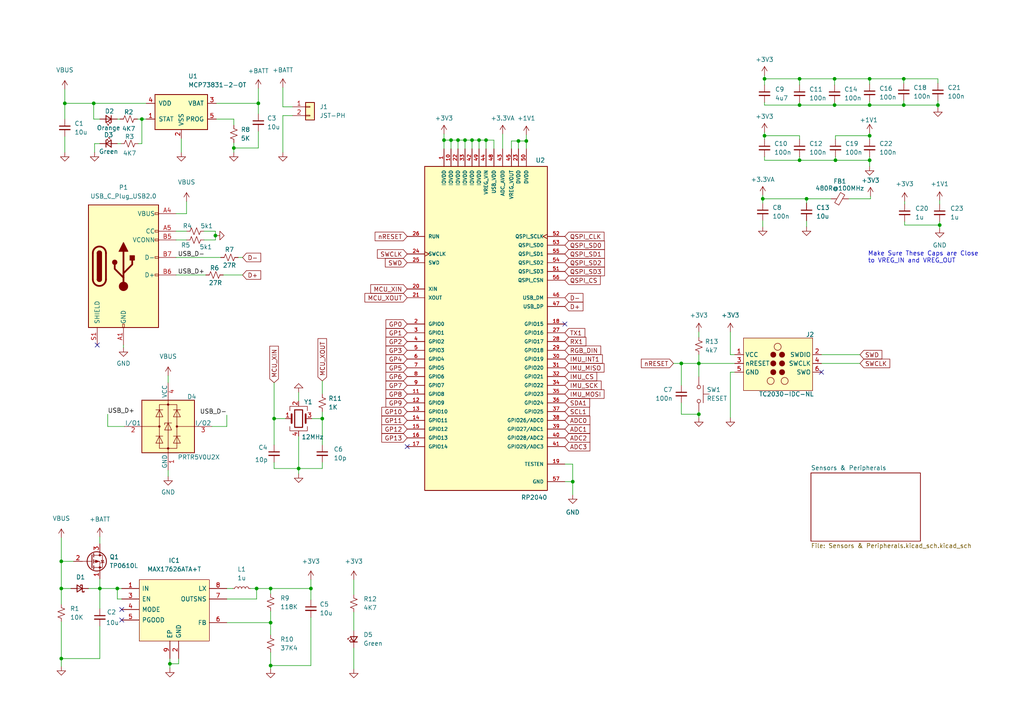
<source format=kicad_sch>
(kicad_sch (version 20231120) (generator "eeschema") (generator_version "8.0")
  (paper "A4")
  (title_block (date "2023-01-01"))
  (lib_symbols
    (symbol "Battery_Management:MCP73831-2-OT" (pin_names (offset 1.016))
      (property "Reference" "U?" (at 2.0194 10.414 0))
      (property "Value" "MCP73831-2-OT" (at 2.0194 7.874 0))
      (symbol "MCP73831-2-OT_1_1"
        (pin output line (at -10.16 -2.032 0) (length 2.54) (name "STAT") (number "1"))
        (pin power_in line (at 0 -7.62 90) (length 2.54) (name "VSS") (number "2"))
        (pin power_out line (at 10.16 2.54 180) (length 2.54) (name "VBAT") (number "3"))
        (pin power_in line (at -10.16 2.54 0) (length 2.54) (name "VDD") (number "4"))
        (pin input line (at 10.16 -2.032 180) (length 2.54) (name "PROG") (number "5"))
      )
    )
    (symbol "Connector:TC2030-IDC-NL"
      (property "Reference" "J" (at 9.144 -1.524 0))
      (property "Value" "TC2030-IDC-NL" (at 2.54 -19.05 0))
      (symbol "TC2030-IDC-NL_1_1"
        (pin input line (at -12.446 -7.366 0) (length 2.54) (name "VCC") (number "1"))
        (pin input line (at 12.7 -7.366 180) (length 2.54) (name "SWDIO") (number "2"))
        (pin input line (at -12.446 -9.906 0) (length 2.54) (name "nRESET") (number "3"))
        (pin input line (at 12.7 -9.906 180) (length 2.54) (name "SWCLK") (number "4"))
        (pin input line (at -12.446 -12.446 0) (length 2.54) (name "GND") (number "5"))
        (pin input line (at 12.7 -12.446 180) (length 2.54) (name "SWO") (number "6"))
      )
    )
    (symbol "Connector:USB_C_Plug_USB2.0" (pin_names (offset 1.016))
      (property "Reference" "P1" (at 0 22.86 0))
      (property "Value" "USB_C_Plug_USB2.0" (at 0 20.32 0))
      (symbol "USB_C_Plug_USB2.0_1_1"
        (pin passive line (at 0 -22.86 90) (length 5.08) (name "GND") (number "A1"))
        (pin passive line (at 0 -22.86 90) (length 5.08) hide (name "GND") (number "A12"))
        (pin passive line (at 15.24 15.24 180) (length 5.08) (name "VBUS") (number "A4"))
        (pin bidirectional line (at 15.24 10.16 180) (length 5.08) (name "CC") (number "A5"))
        (pin passive line (at 15.24 15.24 180) (length 5.08) hide (name "VBUS") (number "A9"))
        (pin passive line (at 0 -22.86 90) (length 5.08) hide (name "GND") (number "B1"))
        (pin passive line (at 0 -22.86 90) (length 5.08) hide (name "GND") (number "B12"))
        (pin passive line (at 15.24 15.24 180) (length 5.08) hide (name "VBUS") (number "B4"))
        (pin bidirectional line (at 15.24 7.62 180) (length 5.08) (name "VCONN") (number "B5"))
        (pin bidirectional line (at 15.24 -2.54 180) (length 5.08) (name "D+") (number "B6"))
        (pin bidirectional line (at 15.24 2.54 180) (length 5.08) (name "D-") (number "B7"))
        (pin passive line (at 15.24 15.24 180) (length 5.08) hide (name "VBUS") (number "B9"))
        (pin passive line (at -7.62 -22.86 90) (length 5.08) (name "SHIELD") (number "S1"))
      )
    )
    (symbol "Connector_Generic:Conn_01x02" (pin_names (offset 1.016) hide)
      (property "Reference" "J" (at 0 2.54 0))
      (property "Value" "Conn_01x02" (at 0 -5.08 0))
      (symbol "Conn_01x02_1_1"
        (pin passive line (at -5.08 0 0) (length 3.81) (name "Pin_1") (number "1"))
        (pin passive line (at -5.08 -2.54 0) (length 3.81) (name "Pin_2") (number "2"))
      )
    )
    (symbol "Device:C_Small" (pin_numbers hide) (pin_names (offset 0.254) hide)
      (property "Reference" "C" (at 0.254 1.778 0))
      (property "Value" "C_Small" (at 0.254 -2.032 0))
      (symbol "C_Small_1_1"
        (pin passive line (at 0 2.54 270) (length 2.032) (name "~") (number "1"))
        (pin passive line (at 0 -2.54 90) (length 2.032) (name "~") (number "2"))
      )
    )
    (symbol "Device:Crystal_GND24" (pin_names (offset 1.016) hide)
      (property "Reference" "Y" (at 3.175 5.08 0))
      (property "Value" "Crystal_GND24" (at 3.175 3.175 0))
      (symbol "Crystal_GND24_1_1"
        (pin passive line (at -3.81 0 0) (length 1.27) (name "1") (number "1"))
        (pin passive line (at 0 5.08 270) (length 1.27) (name "2") (number "2"))
        (pin passive line (at 3.81 0 180) (length 1.27) (name "3") (number "3"))
        (pin passive line (at 0 -5.08 90) (length 1.27) (name "4") (number "4"))
      )
    )
    (symbol "Device:D_Schottky_Small" (pin_numbers hide) (pin_names (offset 0.254) hide)
      (property "Reference" "D" (at -1.27 2.032 0))
      (property "Value" "D_Schottky_Small" (at -7.112 -2.032 0))
      (symbol "D_Schottky_Small_1_1"
        (pin passive line (at -2.54 0 0) (length 1.778) (name "K") (number "1"))
        (pin passive line (at 2.54 0 180) (length 1.778) (name "A") (number "2"))
      )
    )
    (symbol "Device:FerriteBead_Small" (pin_numbers hide) (pin_names (offset 0))
      (property "Reference" "FB" (at 1.905 1.27 0))
      (property "Value" "FerriteBead_Small" (at 1.905 -1.27 0))
      (symbol "FerriteBead_Small_1_1"
        (pin passive line (at 0 2.54 270) (length 1.27) (name "~") (number "1"))
        (pin passive line (at 0 -2.54 90) (length 1.27) (name "~") (number "2"))
      )
    )
    (symbol "Device:LED_Small" (pin_numbers hide) (pin_names (offset 0.254) hide)
      (property "Reference" "D" (at -1.27 3.175 0))
      (property "Value" "LED_Small" (at -4.445 -2.54 0))
      (symbol "LED_Small_1_1"
        (pin passive line (at -2.54 0 0) (length 1.778) (name "K") (number "1"))
        (pin passive line (at 2.54 0 180) (length 1.778) (name "A") (number "2"))
      )
    )
    (symbol "Device:L_Small" (pin_numbers hide) (pin_names (offset 0.254) hide)
      (property "Reference" "L" (at 0.762 1.016 0))
      (property "Value" "L_Small" (at 0.762 -1.016 0))
      (symbol "L_Small_1_1"
        (pin passive line (at 0 2.54 270) (length 0.508) (name "~") (number "1"))
        (pin passive line (at 0 -2.54 90) (length 0.508) (name "~") (number "2"))
      )
    )
    (symbol "Device:R_Small_US" (pin_numbers hide) (pin_names (offset 0.254) hide)
      (property "Reference" "R" (at 0.762 0.508 0))
      (property "Value" "R_Small_US" (at 0.762 -1.016 0))
      (symbol "R_Small_US_1_1"
        (pin passive line (at 0 2.54 270) (length 1.016) (name "~") (number "1"))
        (pin passive line (at 0 -2.54 90) (length 1.016) (name "~") (number "2"))
      )
    )
    (symbol "MAX17626ATA+T:MAX17626ATA+T" (pin_names (offset 0.762))
      (property "Reference" "IC?" (at 15.24 8.128 0))
      (property "Value" "MAX17626ATA+T" (at 15.24 5.588 0))
      (symbol "MAX17626ATA+T_0_0"
        (pin passive line (at 0 0 0) (length 5.08) (name "IN") (number "1"))
        (pin passive line (at 16.51 -20.32 90) (length 5.08) (name "GND") (number "2"))
        (pin passive line (at 0 -3.048 0) (length 5.08) (name "EN") (number "3"))
        (pin passive line (at 0 -6.096 0) (length 5.08) (name "MODE") (number "4"))
        (pin passive line (at 0 -9.144 0) (length 5.08) (name "PGOOD") (number "5"))
        (pin passive line (at 30.48 -9.906 180) (length 5.08) (name "FB") (number "6"))
        (pin passive line (at 30.48 -3.048 180) (length 5.08) (name "OUTSNS") (number "7"))
        (pin passive line (at 30.48 0 180) (length 5.08) (name "LX") (number "8"))
        (pin passive line (at 13.97 -20.32 90) (length 5.08) (name "EP") (number "9"))
      )
    )
    (symbol "Power_Protection:PRTR5V0U2X" (pin_names (offset 0))
      (property "Reference" "D" (at 2.794 8.636 0))
      (property "Value" "PRTR5V0U2X" (at 8.128 -9.398 0))
      (symbol "PRTR5V0U2X_1_1"
        (pin passive line (at 0 -12.7 90) (length 5.08) (name "GND") (number "1"))
        (pin passive line (at -12.7 0 0) (length 5.08) (name "I/O1") (number "2"))
        (pin passive line (at 12.7 0 180) (length 5.08) (name "I/O2") (number "3"))
        (pin passive line (at 0 12.7 270) (length 5.08) (name "VCC") (number "4"))
      )
    )
    (symbol "RP2040:RP2040" (pin_names (offset 1.016))
      (property "Reference" "U?" (at 15.748 50.038 0))
      (property "Value" "RP2040" (at 13.97 -47.752 0))
      (symbol "RP2040_0_0"
        (pin power_in line (at -12.192 53.34 270) (length 5.08) (name "IOVDD") (number "1"))
        (pin power_in line (at -10.16 53.34 270) (length 5.08) (name "IOVDD") (number "10"))
        (pin bidirectional line (at -22.86 -17.78 0) (length 5.08) (name "GPIO8") (number "11"))
        (pin bidirectional line (at -22.86 -20.32 0) (length 5.08) (name "GPIO9") (number "12"))
        (pin bidirectional line (at -22.86 -22.86 0) (length 5.08) (name "GPIO10") (number "13"))
        (pin bidirectional line (at -22.86 -25.4 0) (length 5.08) (name "GPIO11") (number "14"))
        (pin bidirectional line (at -22.86 -27.94 0) (length 5.08) (name "GPIO12") (number "15"))
        (pin bidirectional line (at -22.86 -30.48 0) (length 5.08) (name "GPIO13") (number "16"))
        (pin bidirectional line (at -22.86 -33.02 0) (length 5.08) (name "GPIO14") (number "17"))
        (pin bidirectional line (at 22.86 2.54 180) (length 5.08) (name "GPIO15") (number "18"))
        (pin passive line (at 22.86 -38.1 180) (length 5.08) (name "TESTEN") (number "19"))
        (pin bidirectional line (at -22.86 2.54 0) (length 5.08) (name "GPIO0") (number "2"))
        (pin input line (at -22.86 12.7 0) (length 5.08) (name "XIN") (number "20"))
        (pin output line (at -22.86 10.16 0) (length 5.08) (name "XOUT") (number "21"))
        (pin power_in line (at -8.128 53.34 270) (length 5.08) (name "IOVDD") (number "22"))
        (pin power_in line (at 9.398 53.34 270) (length 5.08) (name "DVDD") (number "23"))
        (pin input clock (at -22.86 22.86 0) (length 5.08) (name "SWCLK") (number "24"))
        (pin bidirectional line (at -22.86 20.32 0) (length 5.08) (name "SWD") (number "25"))
        (pin input line (at -22.86 27.94 0) (length 5.08) (name "RUN") (number "26"))
        (pin bidirectional line (at 22.86 0 180) (length 5.08) (name "GPIO16") (number "27"))
        (pin bidirectional line (at 22.86 -2.54 180) (length 5.08) (name "GPIO17") (number "28"))
        (pin bidirectional line (at 22.86 -5.08 180) (length 5.08) (name "GPIO18") (number "29"))
        (pin bidirectional line (at -22.86 0 0) (length 5.08) (name "GPIO1") (number "3"))
        (pin bidirectional line (at 22.86 -7.62 180) (length 5.08) (name "GPIO19") (number "30"))
        (pin bidirectional line (at 22.86 -10.16 180) (length 5.08) (name "GPIO20") (number "31"))
        (pin bidirectional line (at 22.86 -12.7 180) (length 5.08) (name "GPIO21") (number "32"))
        (pin power_in line (at -6.096 53.34 270) (length 5.08) (name "IOVDD") (number "33"))
        (pin bidirectional line (at 22.86 -15.24 180) (length 5.08) (name "GPIO22") (number "34"))
        (pin bidirectional line (at 22.86 -17.78 180) (length 5.08) (name "GPIO23") (number "35"))
        (pin bidirectional line (at 22.86 -20.32 180) (length 5.08) (name "GPIO24") (number "36"))
        (pin bidirectional line (at 22.86 -22.86 180) (length 5.08) (name "GPIO25") (number "37"))
        (pin bidirectional line (at 22.86 -25.4 180) (length 5.08) (name "GPIO26/ADC0") (number "38"))
        (pin bidirectional line (at 22.86 -27.94 180) (length 5.08) (name "GPIO27/ADC1") (number "39"))
        (pin bidirectional line (at -22.86 -2.54 0) (length 5.08) (name "GPIO2") (number "4"))
        (pin bidirectional line (at 22.86 -30.48 180) (length 5.08) (name "GPIO28/ADC2") (number "40"))
        (pin bidirectional line (at 22.86 -33.02 180) (length 5.08) (name "GPIO29/ADC3") (number "41"))
        (pin power_in line (at -4.064 53.34 270) (length 5.08) (name "IOVDD") (number "42"))
        (pin power_in line (at 4.826 53.34 270) (length 5.08) (name "ADC_AVDD") (number "43"))
        (pin power_in line (at 0 53.34 270) (length 5.08) (name "VREG_VIN") (number "44"))
        (pin power_out line (at 7.366 53.34 270) (length 5.08) (name "VREG_VOUT") (number "45"))
        (pin bidirectional line (at 22.86 10.16 180) (length 5.08) (name "USB_DM") (number "46"))
        (pin bidirectional line (at 22.86 7.62 180) (length 5.08) (name "USB_DP") (number "47"))
        (pin power_in line (at 2.286 53.34 270) (length 5.08) (name "USB_VDD") (number "48"))
        (pin power_in line (at -2.032 53.34 270) (length 5.08) (name "IOVDD") (number "49"))
        (pin bidirectional line (at -22.86 -5.08 0) (length 5.08) (name "GPIO3") (number "5"))
        (pin power_in line (at 11.684 53.34 270) (length 5.08) (name "DVDD") (number "50"))
        (pin bidirectional line (at 22.86 17.78 180) (length 5.08) (name "QSPI_SD3") (number "51"))
        (pin bidirectional clock (at 22.86 27.94 180) (length 5.08) (name "QSPI_SCLK") (number "52"))
        (pin bidirectional line (at 22.86 25.4 180) (length 5.08) (name "QSPI_SD0") (number "53"))
        (pin bidirectional line (at 22.86 20.32 180) (length 5.08) (name "QSPI_SD2") (number "54"))
        (pin bidirectional line (at 22.86 22.86 180) (length 5.08) (name "QSPI_SD1") (number "55"))
        (pin bidirectional line (at 22.86 15.24 180) (length 5.08) (name "QSPI_CSN") (number "56"))
        (pin power_in line (at 22.86 -43.18 180) (length 5.08) (name "GND") (number "57"))
        (pin bidirectional line (at -22.86 -7.62 0) (length 5.08) (name "GPIO4") (number "6"))
        (pin bidirectional line (at -22.86 -10.16 0) (length 5.08) (name "GPIO5") (number "7"))
        (pin bidirectional line (at -22.86 -12.7 0) (length 5.08) (name "GPIO6") (number "8"))
        (pin bidirectional line (at -22.86 -15.24 0) (length 5.08) (name "GPIO7") (number "9"))
      )
    )
    (symbol "Switch:SW_Push" (pin_numbers hide) (pin_names (offset 1.016) hide)
      (property "Reference" "SW" (at 1.27 2.54 0))
      (property "Value" "SW_Push" (at 0 -1.524 0))
      (symbol "SW_Push_0_1"
        (pin passive line (at -5.08 0 0) (length 2.54) (name "1") (number "1"))
        (pin passive line (at 5.08 0 180) (length 2.54) (name "2") (number "2"))
      )
    )
    (symbol "Transistor_FET:TP0610L" (pin_names hide)
      (property "Reference" "Q" (at 5.08 1.905 0))
      (property "Value" "TP0610L" (at 5.08 0 0))
      (symbol "TP0610L_1_1"
        (pin passive line (at 2.54 -5.08 90) (length 2.54) (name "S") (number "1"))
        (pin input line (at -5.08 0 0) (length 2.54) (name "G") (number "2"))
        (pin passive line (at 2.54 5.08 270) (length 2.54) (name "D") (number "3"))
      )
    )
    (symbol "power:+1V1" (power) (pin_names (offset 0))
      (property "Value" "+1V1" (at 0 3.556 0))
      (symbol "+1V1_1_1"
        (pin power_in line (at 0 0 90) (length 0) hide (name "+1V1") (number "1"))
      )
    )
    (symbol "power:+3.3VA" (power) (pin_names (offset 0))
      (property "Value" "+3.3VA" (at 0 3.556 0))
      (symbol "+3.3VA_1_1"
        (pin power_in line (at 0 0 90) (length 0) hide (name "+3.3VA") (number "1"))
      )
    )
    (symbol "power:+3V3" (power) (pin_names (offset 0))
      (property "Value" "+3V3" (at 0 3.556 0))
      (symbol "+3V3_1_1"
        (pin power_in line (at 0 0 90) (length 0) hide (name "+3V3") (number "1"))
      )
    )
    (symbol "power:+BATT" (power) (pin_names (offset 0))
      (property "Value" "+BATT" (at 0 3.556 0))
      (symbol "+BATT_1_1"
        (pin power_in line (at 0 0 90) (length 0) hide (name "+BATT") (number "1"))
      )
    )
    (symbol "power:GND" (power) (pin_names (offset 0))
      (property "Value" "GND" (at 0 -3.81 0))
      (symbol "GND_1_1"
        (pin power_in line (at 0 0 270) (length 0) hide (name "GND") (number "1"))
      )
    )
    (symbol "power:VBUS" (power) (pin_names (offset 0))
      (property "Value" "VBUS" (at 0 3.81 0))
      (symbol "VBUS_1_1"
        (pin power_in line (at 0 0 90) (length 0) hide (name "VBUS") (number "1"))
      )
    )
  )
  (junction (at 138.938 40.64))
  (junction (at 74.422 170.688))
  (junction (at 86.614 135.89))
  (junction (at 233.934 57.658))
  (junction (at 202.692 105.41))
  (junction (at 166.116 139.7))
  (junction (at 17.78 162.814))
  (junction (at 41.148 34.544))
  (junction (at 221.742 22.86))
  (junction (at 17.78 191.008))
  (junction (at 197.612 105.41))
  (junction (at 152.654 40.894))
  (junction (at 79.502 121.412))
  (junction (at 231.902 46.482))
  (junction (at 140.97 40.64))
  (junction (at 242.062 22.86))
  (junction (at 136.906 40.64))
  (junction (at 62.484 68.326))
  (junction (at 67.818 42.926))
  (junction (at 242.062 30.48))
  (junction (at 262.128 22.86))
  (junction (at 74.93 29.972))
  (junction (at 242.316 46.482))
  (junction (at 93.472 121.412))
  (junction (at 252.222 22.86))
  (junction (at 18.796 29.972))
  (junction (at 272.034 30.48))
  (junction (at 128.778 40.64))
  (junction (at 78.486 170.688))
  (junction (at 262.128 30.48))
  (junction (at 34.036 170.688))
  (junction (at 134.874 40.64))
  (junction (at 272.542 65.278))
  (junction (at 17.78 170.688))
  (junction (at 28.956 170.688))
  (junction (at 27.178 29.972))
  (junction (at 221.742 39.37))
  (junction (at 221.234 57.658))
  (junction (at 132.842 40.64))
  (junction (at 252.222 46.482))
  (junction (at 252.222 30.48))
  (junction (at 202.692 120.142))
  (junction (at 90.17 170.688))
  (junction (at 78.486 193.04))
  (junction (at 231.902 30.48))
  (junction (at 150.368 40.894))
  (junction (at 78.486 180.594))
  (junction (at 252.222 39.37))
  (junction (at 49.276 192.532))
  (junction (at 231.902 22.86))
  (junction (at 130.81 40.64))
  (no_connect (at 118.11 129.54))
  (no_connect (at 238.252 107.95))
  (no_connect (at 35.306 179.832))
  (no_connect (at 35.306 176.784))
  (no_connect (at 28.194 100.076))
  (no_connect (at 163.83 93.98))
  (wire (pts (xy 221.234 64.008) (xy 221.234 65.786)))
  (wire (pts (xy 18.796 29.972) (xy 27.178 29.972)))
  (wire (pts (xy 150.368 40.894) (xy 150.368 43.18)))
  (wire (pts (xy 17.78 162.814) (xy 21.336 162.814)))
  (wire (pts (xy 52.578 40.132) (xy 52.578 44.196)))
  (wire (pts (xy 40.132 41.656) (xy 41.148 41.656)))
  (wire (pts (xy 130.81 40.64) (xy 132.842 40.64)))
  (wire (pts (xy 128.778 40.64) (xy 130.81 40.64)))
  (wire (pts (xy 28.956 167.894) (xy 28.956 170.688)))
  (wire (pts (xy 242.062 30.48) (xy 252.222 30.48)))
  (wire (pts (xy 54.102 58.42) (xy 54.102 61.976)))
  (wire (pts (xy 86.614 126.492) (xy 86.614 135.89)))
  (wire (pts (xy 28.956 170.688) (xy 34.036 170.688)))
  (wire (pts (xy 148.336 43.18) (xy 148.336 40.894)))
  (wire (pts (xy 62.738 34.544) (xy 67.818 34.544)))
  (wire (pts (xy 221.234 57.658) (xy 221.234 58.928)))
  (wire (pts (xy 49.276 191.008) (xy 49.276 192.532)))
  (wire (pts (xy 262.382 64.262) (xy 262.382 65.278)))
  (wire (pts (xy 221.742 24.638) (xy 221.742 22.86)))
  (wire (pts (xy 202.692 96.266) (xy 202.692 97.79)))
  (wire (pts (xy 31.242 123.698) (xy 31.242 120.142)))
  (wire (pts (xy 67.818 42.926) (xy 67.818 44.196)))
  (wire (pts (xy 74.93 29.972) (xy 74.93 33.02)))
  (wire (pts (xy 252.222 38.608) (xy 252.222 39.37)))
  (wire (pts (xy 49.276 192.532) (xy 49.276 193.802)))
  (wire (pts (xy 231.902 39.37) (xy 231.902 40.386)))
  (wire (pts (xy 79.502 110.998) (xy 79.502 121.412)))
  (wire (pts (xy 138.938 40.64) (xy 138.938 43.18)))
  (wire (pts (xy 132.842 40.64) (xy 132.842 43.18)))
  (wire (pts (xy 36.068 123.698) (xy 31.242 123.698)))
  (wire (pts (xy 18.796 25.908) (xy 18.796 29.972)))
  (wire (pts (xy 27.432 41.656) (xy 27.432 44.196)))
  (wire (pts (xy 252.222 22.86) (xy 252.222 24.384)))
  (wire (pts (xy 62.738 29.972) (xy 74.93 29.972)))
  (wire (pts (xy 252.222 45.466) (xy 252.222 46.482)))
  (wire (pts (xy 166.116 134.62) (xy 166.116 139.7)))
  (wire (pts (xy 231.902 46.482) (xy 242.316 46.482)))
  (wire (pts (xy 242.316 40.386) (xy 242.316 39.37)))
  (wire (pts (xy 90.17 170.688) (xy 78.486 170.688)))
  (wire (pts (xy 221.742 46.482) (xy 231.902 46.482)))
  (wire (pts (xy 134.874 40.64) (xy 136.906 40.64)))
  (wire (pts (xy 213.106 107.95) (xy 211.836 107.95)))
  (wire (pts (xy 18.796 29.972) (xy 18.796 34.544)))
  (wire (pts (xy 166.116 139.7) (xy 166.116 143.51)))
  (wire (pts (xy 152.654 40.894) (xy 152.654 43.18)))
  (wire (pts (xy 28.956 155.702) (xy 28.956 157.734)))
  (wire (pts (xy 150.368 40.894) (xy 152.654 40.894)))
  (wire (pts (xy 163.83 139.7) (xy 166.116 139.7)))
  (wire (pts (xy 65.786 173.736) (xy 74.422 173.736)))
  (wire (pts (xy 272.542 65.278) (xy 272.542 66.294)))
  (wire (pts (xy 69.088 74.676) (xy 70.358 74.676)))
  (wire (pts (xy 28.956 181.61) (xy 28.956 191.008)))
  (wire (pts (xy 197.612 120.142) (xy 202.692 120.142)))
  (wire (pts (xy 252.222 39.37) (xy 252.222 40.386)))
  (wire (pts (xy 25.654 170.688) (xy 28.956 170.688)))
  (wire (pts (xy 51.054 74.676) (xy 64.008 74.676)))
  (wire (pts (xy 65.786 123.698) (xy 65.786 120.396)))
  (wire (pts (xy 82.042 33.528) (xy 84.836 33.528)))
  (wire (pts (xy 93.472 129.032) (xy 93.472 121.412)))
  (wire (pts (xy 90.17 193.04) (xy 78.486 193.04)))
  (wire (pts (xy 90.17 168.148) (xy 90.17 170.688)))
  (wire (pts (xy 242.316 39.37) (xy 252.222 39.37)))
  (wire (pts (xy 79.502 134.112) (xy 79.502 135.89)))
  (wire (pts (xy 252.476 57.658) (xy 252.476 56.896)))
  (wire (pts (xy 148.336 40.894) (xy 150.368 40.894)))
  (wire (pts (xy 202.692 102.87) (xy 202.692 105.41)))
  (wire (pts (xy 221.742 39.37) (xy 221.742 38.354)))
  (wire (pts (xy 79.502 121.412) (xy 79.502 129.032)))
  (wire (pts (xy 262.128 22.86) (xy 262.128 24.13)))
  (wire (pts (xy 48.768 108.966) (xy 48.768 110.998)))
  (wire (pts (xy 136.906 43.18) (xy 136.906 40.64)))
  (wire (pts (xy 74.422 170.688) (xy 78.486 170.688)))
  (wire (pts (xy 145.796 38.862) (xy 145.796 43.18)))
  (wire (pts (xy 242.316 45.466) (xy 242.316 46.482)))
  (wire (pts (xy 78.486 189.23) (xy 78.486 193.04)))
  (wire (pts (xy 54.102 61.976) (xy 51.054 61.976)))
  (wire (pts (xy 62.484 69.596) (xy 62.484 68.326)))
  (wire (pts (xy 65.786 180.594) (xy 78.486 180.594)))
  (wire (pts (xy 17.78 180.34) (xy 17.78 191.008)))
  (wire (pts (xy 128.778 38.862) (xy 128.778 40.64)))
  (wire (pts (xy 17.78 191.008) (xy 17.78 193.294)))
  (wire (pts (xy 65.786 170.688) (xy 67.564 170.688)))
  (wire (pts (xy 197.612 105.41) (xy 202.692 105.41)))
  (wire (pts (xy 221.742 29.718) (xy 221.742 30.48)))
  (wire (pts (xy 93.472 134.112) (xy 93.472 135.89)))
  (wire (pts (xy 134.874 40.64) (xy 134.874 43.18)))
  (wire (pts (xy 262.128 30.48) (xy 272.034 30.48)))
  (wire (pts (xy 74.422 170.688) (xy 72.644 170.688)))
  (wire (pts (xy 90.17 179.07) (xy 90.17 193.04)))
  (wire (pts (xy 86.614 135.89) (xy 86.614 137.414)))
  (wire (pts (xy 18.796 39.624) (xy 18.796 44.196)))
  (wire (pts (xy 262.382 65.278) (xy 272.542 65.278)))
  (wire (pts (xy 35.306 173.736) (xy 34.036 173.736)))
  (wire (pts (xy 272.034 22.86) (xy 272.034 24.13)))
  (wire (pts (xy 28.956 34.544) (xy 27.178 34.544)))
  (wire (pts (xy 78.486 172.212) (xy 78.486 170.688)))
  (wire (pts (xy 233.934 57.658) (xy 233.934 58.928)))
  (wire (pts (xy 41.148 34.544) (xy 42.418 34.544)))
  (wire (pts (xy 34.036 41.656) (xy 35.052 41.656)))
  (wire (pts (xy 242.062 29.718) (xy 242.062 30.48)))
  (wire (pts (xy 195.326 105.41) (xy 197.612 105.41)))
  (wire (pts (xy 20.574 170.688) (xy 17.78 170.688)))
  (wire (pts (xy 233.934 57.658) (xy 241.046 57.658)))
  (wire (pts (xy 39.878 34.544) (xy 41.148 34.544)))
  (wire (pts (xy 48.768 136.398) (xy 48.768 138.176)))
  (wire (pts (xy 17.78 170.688) (xy 17.78 175.26)))
  (wire (pts (xy 78.486 180.594) (xy 78.486 184.15)))
  (wire (pts (xy 51.054 79.756) (xy 59.69 79.756)))
  (wire (pts (xy 231.902 45.466) (xy 231.902 46.482)))
  (wire (pts (xy 211.836 107.95) (xy 211.836 121.158)))
  (wire (pts (xy 202.692 119.38) (xy 202.692 120.142)))
  (wire (pts (xy 238.252 102.87) (xy 249.428 102.87)))
  (wire (pts (xy 59.182 69.596) (xy 62.484 69.596)))
  (wire (pts (xy 79.502 135.89) (xy 86.614 135.89)))
  (wire (pts (xy 197.612 111.76) (xy 197.612 105.41)))
  (wire (pts (xy 90.17 173.99) (xy 90.17 170.688)))
  (wire (pts (xy 202.692 105.41) (xy 202.692 109.22)))
  (wire (pts (xy 51.816 191.008) (xy 51.816 192.532)))
  (wire (pts (xy 90.424 121.412) (xy 93.472 121.412)))
  (wire (pts (xy 138.938 40.64) (xy 140.97 40.64)))
  (wire (pts (xy 34.036 34.544) (xy 34.798 34.544)))
  (wire (pts (xy 67.818 41.402) (xy 67.818 42.926)))
  (wire (pts (xy 221.234 57.658) (xy 233.934 57.658)))
  (wire (pts (xy 252.222 22.86) (xy 262.128 22.86)))
  (wire (pts (xy 262.128 22.86) (xy 272.034 22.86)))
  (wire (pts (xy 93.472 119.38) (xy 93.472 121.412)))
  (wire (pts (xy 51.054 67.056) (xy 54.102 67.056)))
  (wire (pts (xy 152.654 39.116) (xy 152.654 40.894)))
  (wire (pts (xy 128.778 40.64) (xy 128.778 43.18)))
  (wire (pts (xy 252.222 29.464) (xy 252.222 30.48)))
  (wire (pts (xy 82.042 25.4) (xy 82.042 30.988)))
  (wire (pts (xy 252.222 30.48) (xy 262.128 30.48)))
  (wire (pts (xy 272.034 30.48) (xy 272.034 31.242)))
  (wire (pts (xy 231.902 39.37) (xy 221.742 39.37)))
  (wire (pts (xy 246.126 57.658) (xy 252.476 57.658)))
  (wire (pts (xy 242.062 22.86) (xy 252.222 22.86)))
  (wire (pts (xy 130.81 43.18) (xy 130.81 40.64)))
  (wire (pts (xy 82.042 30.988) (xy 84.836 30.988)))
  (wire (pts (xy 74.422 173.736) (xy 74.422 170.688)))
  (wire (pts (xy 74.93 42.926) (xy 67.818 42.926)))
  (wire (pts (xy 59.182 67.056) (xy 62.484 67.056)))
  (wire (pts (xy 79.502 121.412) (xy 82.804 121.412)))
  (wire (pts (xy 64.77 79.756) (xy 70.358 79.756)))
  (wire (pts (xy 51.054 69.596) (xy 54.102 69.596)))
  (wire (pts (xy 197.612 116.84) (xy 197.612 120.142)))
  (wire (pts (xy 102.616 177.546) (xy 102.616 182.88)))
  (wire (pts (xy 35.814 100.076) (xy 35.814 100.838)))
  (wire (pts (xy 163.83 134.62) (xy 166.116 134.62)))
  (wire (pts (xy 102.616 168.148) (xy 102.616 172.466)))
  (wire (pts (xy 221.742 30.48) (xy 231.902 30.48)))
  (wire (pts (xy 17.78 155.956) (xy 17.78 162.814)))
  (wire (pts (xy 252.222 46.482) (xy 252.222 48.26)))
  (wire (pts (xy 61.468 123.698) (xy 65.786 123.698)))
  (wire (pts (xy 242.062 24.638) (xy 242.062 22.86)))
  (wire (pts (xy 231.902 29.718) (xy 231.902 30.48)))
  (wire (pts (xy 238.252 105.41) (xy 249.428 105.41)))
  (wire (pts (xy 74.93 38.1) (xy 74.93 42.926)))
  (wire (pts (xy 34.036 173.736) (xy 34.036 170.688)))
  (wire (pts (xy 211.836 96.266) (xy 211.836 102.87)))
  (wire (pts (xy 28.956 191.008) (xy 17.78 191.008)))
  (wire (pts (xy 62.484 67.056) (xy 62.484 68.326)))
  (wire (pts (xy 233.934 64.008) (xy 233.934 65.786)))
  (wire (pts (xy 221.742 39.37) (xy 221.742 40.386)))
  (wire (pts (xy 74.93 25.654) (xy 74.93 29.972)))
  (wire (pts (xy 262.128 29.21) (xy 262.128 30.48)))
  (wire (pts (xy 67.818 34.544) (xy 67.818 36.322)))
  (wire (pts (xy 231.902 30.48) (xy 242.062 30.48)))
  (wire (pts (xy 51.816 192.532) (xy 49.276 192.532)))
  (wire (pts (xy 41.148 41.656) (xy 41.148 34.544)))
  (wire (pts (xy 231.902 24.638) (xy 231.902 22.86)))
  (wire (pts (xy 82.042 33.528) (xy 82.042 44.196)))
  (wire (pts (xy 202.692 105.41) (xy 213.106 105.41)))
  (wire (pts (xy 28.956 41.656) (xy 27.432 41.656)))
  (wire (pts (xy 262.382 58.42) (xy 262.382 59.182)))
  (wire (pts (xy 17.78 162.814) (xy 17.78 170.688)))
  (wire (pts (xy 242.316 46.482) (xy 252.222 46.482)))
  (wire (pts (xy 272.542 59.182) (xy 272.542 58.166)))
  (wire (pts (xy 132.842 40.64) (xy 134.874 40.64)))
  (wire (pts (xy 221.742 22.86) (xy 231.902 22.86)))
  (wire (pts (xy 231.902 22.86) (xy 242.062 22.86)))
  (wire (pts (xy 86.614 113.792) (xy 86.614 116.332)))
  (wire (pts (xy 221.742 45.466) (xy 221.742 46.482)))
  (wire (pts (xy 93.472 135.89) (xy 86.614 135.89)))
  (wire (pts (xy 136.906 40.64) (xy 138.938 40.64)))
  (wire (pts (xy 78.486 180.594) (xy 78.486 177.292)))
  (wire (pts (xy 78.486 193.04) (xy 78.486 194.056)))
  (wire (pts (xy 272.034 29.21) (xy 272.034 30.48)))
  (wire (pts (xy 102.616 187.96) (xy 102.616 194.056)))
  (wire (pts (xy 221.742 21.844) (xy 221.742 22.86)))
  (wire (pts (xy 28.956 170.688) (xy 28.956 176.53)))
  (wire (pts (xy 140.97 40.64) (xy 140.97 43.18)))
  (wire (pts (xy 93.472 110.49) (xy 93.472 114.3)))
  (wire (pts (xy 202.692 120.142) (xy 202.692 121.158)))
  (wire (pts (xy 140.97 40.64) (xy 143.256 40.64)))
  (wire (pts (xy 34.036 170.688) (xy 35.306 170.688)))
  (wire (pts (xy 272.542 64.262) (xy 272.542 65.278)))
  (wire (pts (xy 211.836 102.87) (xy 213.106 102.87)))
  (wire (pts (xy 27.178 34.544) (xy 27.178 29.972)))
  (wire (pts (xy 143.256 43.18) (xy 143.256 40.64)))
  (wire (pts (xy 221.234 56.642) (xy 221.234 57.658)))
  (wire (pts (xy 27.178 29.972) (xy 42.418 29.972)))
  (text "Make Sure These Caps are Close\nto VREG_IN and VREG_OUT\n" (at 251.714 76.454 0) (effects (font (size 1.27 1.27)) (justify left bottom)))
  (label "USB_D-" (at 51.562 74.676 0))
  (label "USB_D-" (at 65.786 120.396 180))
  (label "USB_D+" (at 51.562 79.756 0))
  (label "USB_D+" (at 31.242 120.142 0))
  (global_label "GP2" (shape input) (at 118.11 99.06 180) (property "Intersheetrefs" "${INTERSHEET_REFS}" (effects (hide yes))))
  (global_label "QSPI_CS" (shape input) (at 163.83 81.28 0) (property "Intersheetrefs" "${INTERSHEET_REFS}" (effects (hide yes))))
  (global_label "IMU_CS" (shape input) (at 163.83 109.22 0) (property "Intersheetrefs" "${INTERSHEET_REFS}" (effects (hide yes))))
  (global_label "SWD" (shape input) (at 118.11 76.2 180) (property "Intersheetrefs" "${INTERSHEET_REFS}" (effects (hide yes))))
  (global_label "QSPI_SD2" (shape input) (at 163.83 76.2 0) (property "Intersheetrefs" "${INTERSHEET_REFS}" (effects (hide yes))))
  (global_label "GP13" (shape input) (at 118.11 127 180) (property "Intersheetrefs" "${INTERSHEET_REFS}" (effects (hide yes))))
  (global_label "SWCLK" (shape input) (at 118.11 73.66 180) (property "Intersheetrefs" "${INTERSHEET_REFS}" (effects (hide yes))))
  (global_label "ADC2" (shape input) (at 163.83 127 0) (property "Intersheetrefs" "${INTERSHEET_REFS}" (effects (hide yes))))
  (global_label "MCU_XIN" (shape input) (at 79.502 110.998 90) (property "Intersheetrefs" "${INTERSHEET_REFS}" (effects (hide yes))))
  (global_label "IMU_MISO" (shape input) (at 163.83 106.68 0) (property "Intersheetrefs" "${INTERSHEET_REFS}" (effects (hide yes))))
  (global_label "GP10" (shape input) (at 118.11 119.38 180) (property "Intersheetrefs" "${INTERSHEET_REFS}" (effects (hide yes))))
  (global_label "GP12" (shape input) (at 118.11 124.46 180) (property "Intersheetrefs" "${INTERSHEET_REFS}" (effects (hide yes))))
  (global_label "nRESET" (shape input) (at 118.11 68.58 180) (property "Intersheetrefs" "${INTERSHEET_REFS}" (effects (hide yes))))
  (global_label "GP3" (shape input) (at 118.11 101.6 180) (property "Intersheetrefs" "${INTERSHEET_REFS}" (effects (hide yes))))
  (global_label "SWD" (shape input) (at 249.428 102.87 0) (property "Intersheetrefs" "${INTERSHEET_REFS}" (effects (hide yes))))
  (global_label "IMU_MOSI" (shape input) (at 163.83 114.3 0) (property "Intersheetrefs" "${INTERSHEET_REFS}" (effects (hide yes))))
  (global_label "TX1" (shape input) (at 163.83 96.52 0) (property "Intersheetrefs" "${INTERSHEET_REFS}" (effects (hide yes))))
  (global_label "QSPI_CLK" (shape input) (at 163.83 68.58 0) (property "Intersheetrefs" "${INTERSHEET_REFS}" (effects (hide yes))))
  (global_label "D-" (shape input) (at 163.83 86.36 0) (property "Intersheetrefs" "${INTERSHEET_REFS}" (effects (hide yes))))
  (global_label "QSPI_SD1" (shape input) (at 163.83 73.66 0) (property "Intersheetrefs" "${INTERSHEET_REFS}" (effects (hide yes))))
  (global_label "GP9" (shape input) (at 118.11 116.84 180) (property "Intersheetrefs" "${INTERSHEET_REFS}" (effects (hide yes))))
  (global_label "QSPI_SD0" (shape input) (at 163.83 71.12 0) (property "Intersheetrefs" "${INTERSHEET_REFS}" (effects (hide yes))))
  (global_label "GP0" (shape input) (at 118.11 93.98 180) (property "Intersheetrefs" "${INTERSHEET_REFS}" (effects (hide yes))))
  (global_label "GP5" (shape input) (at 118.11 106.68 180) (property "Intersheetrefs" "${INTERSHEET_REFS}" (effects (hide yes))))
  (global_label "ADC1" (shape input) (at 163.83 124.46 0) (property "Intersheetrefs" "${INTERSHEET_REFS}" (effects (hide yes))))
  (global_label "MCU_XOUT" (shape input) (at 118.11 86.36 180) (property "Intersheetrefs" "${INTERSHEET_REFS}" (effects (hide yes))))
  (global_label "nRESET" (shape input) (at 195.326 105.41 180) (property "Intersheetrefs" "${INTERSHEET_REFS}" (effects (hide yes))))
  (global_label "ADC0" (shape input) (at 163.83 121.92 0) (property "Intersheetrefs" "${INTERSHEET_REFS}" (effects (hide yes))))
  (global_label "ADC3" (shape input) (at 163.83 129.54 0) (property "Intersheetrefs" "${INTERSHEET_REFS}" (effects (hide yes))))
  (global_label "MCU_XOUT" (shape input) (at 93.472 110.49 90) (property "Intersheetrefs" "${INTERSHEET_REFS}" (effects (hide yes))))
  (global_label "IMU_INT1" (shape input) (at 163.83 104.14 0) (property "Intersheetrefs" "${INTERSHEET_REFS}" (effects (hide yes))))
  (global_label "D+" (shape input) (at 70.358 79.756 0) (property "Intersheetrefs" "${INTERSHEET_REFS}" (effects (hide yes))))
  (global_label "D-" (shape input) (at 70.358 74.676 0) (property "Intersheetrefs" "${INTERSHEET_REFS}" (effects (hide yes))))
  (global_label "GP11" (shape input) (at 118.11 121.92 180) (property "Intersheetrefs" "${INTERSHEET_REFS}" (effects (hide yes))))
  (global_label "SCL1" (shape input) (at 163.83 119.38 0) (property "Intersheetrefs" "${INTERSHEET_REFS}" (effects (hide yes))))
  (global_label "SDA1" (shape input) (at 163.83 116.84 0) (property "Intersheetrefs" "${INTERSHEET_REFS}" (effects (hide yes))))
  (global_label "SWCLK" (shape input) (at 249.428 105.41 0) (property "Intersheetrefs" "${INTERSHEET_REFS}" (effects (hide yes))))
  (global_label "GP8" (shape input) (at 118.11 114.3 180) (property "Intersheetrefs" "${INTERSHEET_REFS}" (effects (hide yes))))
  (global_label "IMU_SCK" (shape input) (at 163.83 111.76 0) (property "Intersheetrefs" "${INTERSHEET_REFS}" (effects (hide yes))))
  (global_label "GP4" (shape input) (at 118.11 104.14 180) (property "Intersheetrefs" "${INTERSHEET_REFS}" (effects (hide yes))))
  (global_label "D+" (shape input) (at 163.83 88.9 0) (property "Intersheetrefs" "${INTERSHEET_REFS}" (effects (hide yes))))
  (global_label "GP7" (shape input) (at 118.11 111.76 180) (property "Intersheetrefs" "${INTERSHEET_REFS}" (effects (hide yes))))
  (global_label "GP6" (shape input) (at 118.11 109.22 180) (property "Intersheetrefs" "${INTERSHEET_REFS}" (effects (hide yes))))
  (global_label "MCU_XIN" (shape input) (at 118.11 83.82 180) (property "Intersheetrefs" "${INTERSHEET_REFS}" (effects (hide yes))))
  (global_label "QSPI_SD3" (shape input) (at 163.83 78.74 0) (property "Intersheetrefs" "${INTERSHEET_REFS}" (effects (hide yes))))
  (global_label "RX1" (shape input) (at 163.83 99.06 0) (property "Intersheetrefs" "${INTERSHEET_REFS}" (effects (hide yes))))
  (global_label "RGB_DIN" (shape input) (at 163.83 101.6 0) (property "Intersheetrefs" "${INTERSHEET_REFS}" (effects (hide yes))))
  (global_label "GP1" (shape input) (at 118.11 96.52 180) (property "Intersheetrefs" "${INTERSHEET_REFS}" (effects (hide yes))))
  (symbol (lib_id "power:VBUS") (at 17.78 155.956 0) (unit 1)
    (property "Reference" "#PWR01" (effects (hide yes)))
    (property "Value" "VBUS" (at 17.78 150.368 0))
  )
  (symbol (lib_id "Device:R_Small_US") (at 202.692 100.33 0) (unit 1)
    (property "Reference" "R13" (at 204.47 99.06 0) (effects (justify left)))
    (property "Value" "4k7" (at 204.47 101.6 0) (effects (justify left)))
    (property "Footprint" "Resistor_SMD:R_0402_1005Metric" (effects (hide yes)))
  )
  (symbol (lib_id "power:VBUS") (at 54.102 58.42 0) (unit 1)
    (property "Reference" "#PWR012" (effects (hide yes)))
    (property "Value" "VBUS" (at 54.102 52.832 0))
  )
  (symbol (lib_id "Device:R_Small_US") (at 37.592 41.656 90) (unit 1)
    (property "Reference" "R3" (at 37.592 39.624 90))
    (property "Value" "4K7" (at 37.592 44.45 90))
    (property "Footprint" "Resistor_SMD:R_0402_1005Metric" (effects (hide yes)))
  )
  (symbol (lib_id "power:+1V1") (at 152.654 39.116 0) (unit 1)
    (property "Reference" "#PWR026" (effects (hide yes)))
    (property "Value" "+1V1" (at 152.654 34.29 0))
  )
  (symbol (lib_id "Device:C_Small") (at 242.316 42.926 0) (unit 1)
    (property "Reference" "C19" (at 245.11 41.6622 0) (effects (justify left)))
    (property "Value" "100n" (at 245.11 44.2022 0) (effects (justify left)))
    (property "Footprint" "Capacitor_SMD:C_0402_1005Metric" (effects (hide yes)))
  )
  (symbol (lib_id "Device:LED_Small") (at 31.496 41.656 0) (unit 1)
    (property "Reference" "D3" (at 31.496 39.116 0))
    (property "Value" "Green" (at 31.496 43.942 0))
    (property "Footprint" "LED_SMD:LED_0603_1608Metric" (effects (hide yes)))
  )
  (symbol (lib_id "power:GND") (at 48.768 138.176 0) (unit 1)
    (property "Reference" "#PWR09" (effects (hide yes)))
    (property "Value" "GND" (at 48.768 142.748 0))
  )
  (symbol (lib_id "Device:LED_Small") (at 31.496 34.544 180) (unit 1)
    (property "Reference" "D2" (at 31.75 32.258 0))
    (property "Value" "Orange" (at 31.496 37.084 0))
    (property "Footprint" "LED_SMD:LED_0603_1608Metric" (effects (hide yes)))
  )
  (symbol (lib_id "Device:C_Small") (at 242.062 27.178 0) (unit 1)
    (property "Reference" "C14" (at 244.856 25.9142 0) (effects (justify left)))
    (property "Value" "100n" (at 244.856 28.4542 0) (effects (justify left)))
    (property "Footprint" "Capacitor_SMD:C_0402_1005Metric" (effects (hide yes)))
  )
  (symbol (lib_id "power:GND") (at 86.614 113.792 180) (unit 1)
    (property "Reference" "#PWR019" (effects (hide yes)))
    (property "Value" "GND" (effects (hide yes)))
  )
  (symbol (lib_id "power:GND") (at 67.818 44.196 0) (unit 1)
    (property "Reference" "#PWR014" (effects (hide yes)))
    (property "Value" "GND" (effects (hide yes)))
  )
  (symbol (lib_id "power:+3V3") (at 90.17 168.148 0) (unit 1)
    (property "Reference" "#PWR021" (effects (hide yes)))
    (property "Value" "+3V3" (at 90.17 162.814 0))
  )
  (symbol (lib_id "Transistor_FET:TP0610L") (at 26.416 162.814 0) (unit 1)
    (property "Reference" "Q1" (at 31.75 161.5439 0) (effects (justify left)))
    (property "Value" "TP0610L" (at 31.75 164.0839 0) (effects (justify left)))
    (property "Footprint" "Package_TO_SOT_SMD:TSOT-23" (effects (hide yes)))
    (property "Datasheet" "http://www.vishay.com/docs/70209/70209.pdf" (effects (hide yes)))
  )
  (symbol (lib_id "power:GND") (at 272.542 66.294 0) (unit 1)
    (property "Reference" "#PWR041" (effects (hide yes)))
    (property "Value" "GND" (at 272.542 71.12 0))
  )
  (symbol (lib_id "Device:C_Small") (at 252.222 26.924 0) (unit 1)
    (property "Reference" "C16" (at 255.016 25.6602 0) (effects (justify left)))
    (property "Value" "100n" (at 255.016 28.2002 0) (effects (justify left)))
    (property "Footprint" "Capacitor_SMD:C_0402_1005Metric" (effects (hide yes)))
  )
  (symbol (lib_id "Device:C_Small") (at 79.502 131.572 0) (unit 1)
    (property "Reference" "C4" (at 74.93 129.794 0) (effects (justify left)))
    (property "Value" "10p" (at 73.914 133.35 0) (effects (justify left)))
    (property "Footprint" "Capacitor_SMD:C_0402_1005Metric" (effects (hide yes)))
  )
  (symbol (lib_id "power:+1V1") (at 252.222 38.608 0) (unit 1)
    (property "Reference" "#PWR0102" (effects (hide yes)))
    (property "Value" "+1V1" (at 251.968 34.798 0))
  )
  (symbol (lib_id "Device:R_Small_US") (at 93.472 116.84 0) (unit 1)
    (property "Reference" "R11" (at 95.25 115.5699 0) (effects (justify left)))
    (property "Value" "1K" (at 95.25 118.1099 0) (effects (justify left)))
    (property "Footprint" "Resistor_SMD:R_0402_1005Metric" (effects (hide yes)))
  )
  (symbol (lib_id "Device:R_Small_US") (at 78.486 186.69 0) (unit 1)
    (property "Reference" "R10" (at 81.28 185.4199 0) (effects (justify left)))
    (property "Value" "37K4" (at 81.28 187.9599 0) (effects (justify left)))
    (property "Footprint" "Resistor_SMD:R_0603_1608Metric" (effects (hide yes)))
  )
  (symbol (lib_id "power:GND") (at 252.222 48.26 0) (unit 1)
    (property "Reference" "#PWR040" (effects (hide yes)))
    (property "Value" "GND" (effects (hide yes)))
  )
  (symbol (lib_id "power:GND") (at 82.042 44.196 0) (unit 1)
    (property "Reference" "#PWR018" (effects (hide yes)))
    (property "Value" "GND" (effects (hide yes)))
  )
  (symbol (lib_id "Device:C_Small") (at 18.796 37.084 0) (unit 1)
    (property "Reference" "C1" (at 21.59 35.8202 0) (effects (justify left)))
    (property "Value" "10u" (at 21.59 38.3602 0) (effects (justify left)))
    (property "Footprint" "Capacitor_SMD:C_0805_2012Metric" (effects (hide yes)))
  )
  (symbol (lib_id "Device:R_Small_US") (at 66.548 74.676 90) (unit 1)
    (property "Reference" "R7" (at 66.548 72.39 90))
    (property "Value" "27R" (at 66.548 76.962 90))
    (property "Footprint" "Resistor_SMD:R_0402_1005Metric" (effects (hide yes)))
  )
  (symbol (lib_id "Device:R_Small_US") (at 67.818 38.862 0) (unit 1)
    (property "Reference" "R8" (at 69.85 37.5919 0) (effects (justify left)))
    (property "Value" "5K" (at 69.85 40.1319 0) (effects (justify left)))
    (property "Footprint" "Resistor_SMD:R_0402_1005Metric" (effects (hide yes)))
  )
  (symbol (lib_id "power:GND") (at 17.78 193.294 0) (unit 1)
    (property "Reference" "#PWR02" (effects (hide yes)))
    (property "Value" "GND" (effects (hide yes)))
  )
  (symbol (lib_id "power:+BATT") (at 28.956 155.702 0) (unit 1)
    (property "Reference" "#PWR06" (effects (hide yes)))
    (property "Value" "+BATT" (at 28.956 150.622 0))
  )
  (symbol (lib_id "power:+3.3VA") (at 145.796 38.862 0) (unit 1)
    (property "Reference" "#PWR025" (effects (hide yes)))
    (property "Value" "+3.3VA" (at 145.796 34.29 0))
  )
  (symbol (lib_id "Device:C_Small") (at 233.934 61.468 0) (unit 1)
    (property "Reference" "C13" (at 236.728 60.2042 0) (effects (justify left)))
    (property "Value" "10u" (at 236.728 62.7442 0) (effects (justify left)))
    (property "Footprint" "Capacitor_SMD:C_0402_1005Metric" (effects (hide yes)))
  )
  (symbol (lib_id "power:GND") (at 202.692 121.158 0) (unit 1)
    (property "Reference" "#PWR029" (effects (hide yes)))
    (property "Value" "GND" (effects (hide yes)))
  )
  (symbol (lib_id "Device:C_Small") (at 74.93 35.56 0) (unit 1)
    (property "Reference" "C3" (at 77.47 34.2962 0) (effects (justify left)))
    (property "Value" "10u" (at 77.47 36.8362 0) (effects (justify left)))
    (property "Footprint" "Capacitor_SMD:C_0805_2012Metric" (effects (hide yes)))
  )
  (symbol (lib_id "power:GND") (at 27.432 44.196 0) (unit 1)
    (property "Reference" "#PWR05" (effects (hide yes)))
    (property "Value" "GND" (effects (hide yes)))
  )
  (symbol (lib_id "Device:R_Small_US") (at 102.616 175.006 0) (unit 1)
    (property "Reference" "R12" (at 105.41 173.7359 0) (effects (justify left)))
    (property "Value" "4K7" (at 105.41 176.2759 0) (effects (justify left)))
    (property "Footprint" "Resistor_SMD:R_0402_1005Metric" (effects (hide yes)))
  )
  (symbol (lib_id "Device:C_Small") (at 272.542 61.722 0) (unit 1)
    (property "Reference" "C23" (at 275.59 60.4582 0) (effects (justify left)))
    (property "Value" "1u" (at 275.59 62.9982 0) (effects (justify left)))
    (property "Footprint" "Capacitor_SMD:C_0402_1005Metric" (effects (hide yes)))
  )
  (symbol (lib_id "RP2040:RP2040") (at 140.97 96.52 0) (unit 1)
    (property "Reference" "U2" (at 156.718 46.482 0))
    (property "Value" "RP2040" (at 154.94 144.272 0))
    (property "Footprint" "RP2040:QFN40P700X700X90-57N" (effects (hide yes)))
    (property "PARTREV" "1.6.1" (effects (hide yes)))
    (property "MAXIMUM_PACKAGE_HEIGHT" "0.9 mm" (effects (hide yes)))
    (property "MANUFACTURER" "Raspberry Pi" (effects (hide yes)))
    (property "STANDARD" "IPC 7351B" (effects (hide yes)))
  )
  (symbol (lib_id "Device:L_Small") (at 70.104 170.688 90) (unit 1)
    (property "Reference" "L1" (at 70.104 165.1 90))
    (property "Value" "1u" (at 70.104 167.64 90))
    (property "Footprint" "Inductor_SMD:L_1008_2520Metric" (effects (hide yes)))
  )
  (symbol (lib_id "Device:R_Small_US") (at 37.338 34.544 90) (unit 1)
    (property "Reference" "R2" (at 37.338 32.512 90))
    (property "Value" "4K7" (at 37.338 37.338 90))
    (property "Footprint" "Resistor_SMD:R_0402_1005Metric" (effects (hide yes)))
  )
  (symbol (lib_id "power:GND") (at 35.814 100.838 0) (unit 1)
    (property "Reference" "#PWR07" (effects (hide yes)))
    (property "Value" "GND" (at 35.814 105.41 0))
  )
  (symbol (lib_id "Device:C_Small") (at 262.382 61.722 0) (unit 1)
    (property "Reference" "C20" (at 265.43 60.4582 0) (effects (justify left)))
    (property "Value" "1u" (at 265.43 62.9982 0) (effects (justify left)))
    (property "Footprint" "Capacitor_SMD:C_0402_1005Metric" (effects (hide yes)))
  )
  (symbol (lib_id "Power_Protection:PRTR5V0U2X") (at 48.768 123.698 0) (unit 1)
    (property "Reference" "D4" (at 55.626 115.062 0))
    (property "Value" "PRTR5V0U2X" (at 57.658 132.588 0))
    (property "Footprint" "Package_TO_SOT_SMD:SOT-143" (effects (hide yes)))
    (property "Datasheet" "https://assets.nexperia.com/documents/data-sheet/PRTR5V0U2X.pdf" (effects (hide yes)))
  )
  (symbol (lib_id "power:+1V1") (at 272.542 58.166 0) (unit 1)
    (property "Reference" "#PWR0101" (effects (hide yes)))
    (property "Value" "+1V1" (at 272.542 53.34 0))
  )
  (symbol (lib_id "power:+3V3") (at 221.742 21.844 0) (unit 1)
    (property "Reference" "#PWR034" (effects (hide yes)))
    (property "Value" "+3V3" (at 221.742 17.272 0))
  )
  (symbol (lib_id "power:VBUS") (at 18.796 25.908 0) (unit 1)
    (property "Reference" "#PWR03" (effects (hide yes)))
    (property "Value" "VBUS" (at 18.796 20.32 0))
  )
  (symbol (lib_id "Device:Crystal_GND24") (at 86.614 121.412 0) (unit 1)
    (property "Reference" "Y1" (at 89.408 116.586 0))
    (property "Value" "12MHz" (at 90.678 126.746 0))
    (property "Footprint" "Crystal:Crystal_SMD_3225-4Pin_3.2x2.5mm" (effects (hide yes)))
  )
  (symbol (lib_id "Device:LED_Small") (at 102.616 185.42 90) (unit 1)
    (property "Reference" "D5" (at 105.41 184.0864 90) (effects (justify right)))
    (property "Value" "Green" (at 105.41 186.6264 90) (effects (justify right)))
    (property "Footprint" "LED_SMD:LED_0603_1608Metric" (effects (hide yes)))
  )
  (symbol (lib_id "power:+3V3") (at 221.742 38.354 0) (unit 1)
    (property "Reference" "#PWR035" (effects (hide yes)))
    (property "Value" "+3V3" (at 221.742 33.782 0))
  )
  (symbol (lib_id "Device:R_Small_US") (at 78.486 174.752 0) (unit 1)
    (property "Reference" "R9" (at 81.28 173.4819 0) (effects (justify left)))
    (property "Value" "118K" (at 81.28 176.0219 0) (effects (justify left)))
    (property "Footprint" "Resistor_SMD:R_0603_1608Metric" (effects (hide yes)))
  )
  (symbol (lib_id "Device:C_Small") (at 262.128 26.67 0) (unit 1)
    (property "Reference" "C18" (at 264.922 25.4062 0) (effects (justify left)))
    (property "Value" "100n" (at 264.922 27.9462 0) (effects (justify left)))
    (property "Footprint" "Capacitor_SMD:C_0402_1005Metric" (effects (hide yes)))
  )
  (symbol (lib_id "power:VBUS") (at 48.768 108.966 0) (unit 1)
    (property "Reference" "#PWR08" (effects (hide yes)))
    (property "Value" "VBUS" (at 48.768 103.378 0))
  )
  (symbol (lib_id "power:+3V3") (at 102.616 168.148 0) (unit 1)
    (property "Reference" "#PWR022" (effects (hide yes)))
    (property "Value" "+3V3" (at 102.616 162.814 0))
  )
  (symbol (lib_id "power:GND") (at 49.276 193.802 0) (unit 1)
    (property "Reference" "#PWR010" (effects (hide yes)))
    (property "Value" "GND" (effects (hide yes)))
  )
  (symbol (lib_id "power:GND") (at 102.616 194.056 0) (unit 1)
    (property "Reference" "#PWR023" (effects (hide yes)))
    (property "Value" "GND" (effects (hide yes)))
  )
  (symbol (lib_id "power:GND") (at 18.796 44.196 0) (unit 1)
    (property "Reference" "#PWR04" (effects (hide yes)))
    (property "Value" "GND" (effects (hide yes)))
  )
  (symbol (lib_id "MAX17626ATA+T:MAX17626ATA+T") (at 35.306 170.688 0) (unit 1)
    (property "Reference" "IC1" (at 50.546 162.56 0))
    (property "Value" "MAX17626ATA+T" (at 50.546 165.1 0))
    (property "Footprint" "KiCad:MAX17626ATA+T" (effects (hide yes)))
    (property "Datasheet" "http://www.maximintegrated.com/MAX17626" (effects (hide yes)))
    (property "Description" "2.9V-to-5V Input, 1A , 1.5V-to-3.3V output DC-DC Converter" (effects (hide yes)))
    (property "Height" "0.8" (effects (hide yes)))
    (property "Mouser Part Number" "700-MAX17626ATA+T" (effects (hide yes)))
    (property "Mouser Price/Stock" "https://www.mouser.co.uk/ProductDetail/Maxim-Integrated/MAX17626ATA%2bT?qs=Li%252BoUPsLEnvK3Ksbh4eRzQ%3D%3D" (effects (hide yes)))
    (property "Manufacturer_Name" "Maxim Integrated" (effects (hide yes)))
    (property "Manufacturer_Part_Number" "MAX17626ATA+T" (effects (hide yes)))
  )
  (symbol (lib_id "power:GND") (at 166.116 143.51 0) (unit 1)
    (property "Reference" "#PWR027" (effects (hide yes)))
    (property "Value" "GND" (at 166.116 148.59 0))
  )
  (symbol (lib_id "Device:C_Small") (at 221.742 42.926 0) (unit 1)
    (property "Reference" "C10" (at 224.536 41.6622 0) (effects (justify left)))
    (property "Value" "100n" (at 224.536 44.2022 0) (effects (justify left)))
    (property "Footprint" "Capacitor_SMD:C_0402_1005Metric" (effects (hide yes)))
  )
  (symbol (lib_id "power:+3V3") (at 211.836 96.266 0) (unit 1)
    (property "Reference" "#PWR030" (effects (hide yes)))
    (property "Value" "+3V3" (at 211.836 91.44 0))
  )
  (symbol (lib_id "power:GND") (at 211.836 121.158 0) (unit 1)
    (property "Reference" "#PWR031" (effects (hide yes)))
    (property "Value" "GND" (effects (hide yes)))
  )
  (symbol (lib_id "power:GND") (at 272.034 31.242 0) (unit 1)
    (property "Reference" "#PWR039" (effects (hide yes)))
    (property "Value" "GND" (effects (hide yes)))
  )
  (symbol (lib_id "Device:C_Small") (at 197.612 114.3 0) (unit 1)
    (property "Reference" "C7" (at 195.072 113.03 0) (effects (justify right)))
    (property "Value" "100n" (at 195.072 115.57 0) (effects (justify right)))
    (property "Footprint" "Capacitor_SMD:C_0402_1005Metric" (effects (hide yes)))
  )
  (symbol (lib_id "Device:C_Small") (at 231.902 42.926 0) (unit 1)
    (property "Reference" "C12" (at 234.696 41.6622 0) (effects (justify left)))
    (property "Value" "100n" (at 234.696 44.2022 0) (effects (justify left)))
    (property "Footprint" "Capacitor_SMD:C_0402_1005Metric" (effects (hide yes)))
  )
  (symbol (lib_id "Device:FerriteBead_Small") (at 243.586 57.658 90) (unit 1)
    (property "Reference" "FB1" (at 243.586 52.578 90))
    (property "Value" "480R@100MHz" (at 243.586 54.61 90))
    (property "Footprint" "Resistor_SMD:R_0402_1005Metric" (effects (hide yes)))
  )
  (symbol (lib_id "Connector:USB_C_Plug_USB2.0") (at 35.814 77.216 0) (unit 1)
    (property "Reference" "P1" (at 35.814 54.356 0))
    (property "Value" "USB_C_Plug_USB2.0" (at 35.814 56.896 0))
    (property "Footprint" "Connector_USB:USB_C_Receptacle_HRO_TYPE-C-31-M-12" (effects (hide yes)))
    (property "Datasheet" "https://www.usb.org/sites/default/files/documents/usb_type-c.zip" (effects (hide yes)))
  )
  (symbol (lib_id "Connector_Generic:Conn_01x02") (at 89.916 30.988 0) (unit 1)
    (property "Reference" "J1" (at 92.71 30.9879 0) (effects (justify left)))
    (property "Value" "JST-PH" (at 92.71 33.5279 0) (effects (justify left)))
    (property "Footprint" "Connector_JST:JST_PH_S2B-PH-SM4-TB_1x02-1MP_P2.00mm_Horizontal" (effects (hide yes)))
  )
  (symbol (lib_id "Device:C_Small") (at 221.234 61.468 0) (unit 1)
    (property "Reference" "C8" (at 224.028 60.2042 0) (effects (justify left)))
    (property "Value" "100n" (at 224.028 62.7442 0) (effects (justify left)))
    (property "Footprint" "Capacitor_SMD:C_0402_1005Metric" (effects (hide yes)))
  )
  (symbol (lib_id "Device:C_Small") (at 252.222 42.926 0) (unit 1)
    (property "Reference" "C22" (at 255.016 41.6622 0) (effects (justify left)))
    (property "Value" "100n" (at 255.016 44.2022 0) (effects (justify left)))
    (property "Footprint" "Capacitor_SMD:C_0402_1005Metric" (effects (hide yes)))
  )
  (symbol (lib_id "power:GND") (at 86.614 137.414 0) (unit 1)
    (property "Reference" "#PWR020" (effects (hide yes)))
    (property "Value" "GND" (effects (hide yes)))
  )
  (symbol (lib_id "Connector:TC2030-IDC-NL") (at 225.552 95.504 0) (unit 1)
    (property "Reference" "J2" (at 234.95 97.028 0))
    (property "Value" "TC2030-IDC-NL" (at 228.092 114.3 0))
    (property "Footprint" "Connector:Tag-Connect_TC2030-IDC-NL_2x03_P1.27mm_Vertical" (effects (hide yes)))
  )
  (symbol (lib_id "power:GND") (at 62.484 68.326 90) (unit 1)
    (property "Reference" "#PWR013" (effects (hide yes)))
    (property "Value" "GND" (effects (hide yes)))
  )
  (symbol (lib_id "power:GND") (at 221.234 65.786 0) (unit 1)
    (property "Reference" "#PWR033" (effects (hide yes)))
    (property "Value" "GND" (effects (hide yes)))
  )
  (symbol (lib_id "Device:R_Small_US") (at 56.642 69.596 90) (unit 1)
    (property "Reference" "R5" (at 53.848 71.12 90))
    (property "Value" "5k1" (at 59.69 71.628 90))
    (property "Footprint" "Resistor_SMD:R_0402_1005Metric" (effects (hide yes)))
  )
  (symbol (lib_id "Device:C_Small") (at 93.472 131.572 0) (unit 1)
    (property "Reference" "C6" (at 96.774 130.3082 0) (effects (justify left)))
    (property "Value" "10p" (at 96.774 132.8482 0) (effects (justify left)))
    (property "Footprint" "Capacitor_SMD:C_0402_1005Metric" (effects (hide yes)))
  )
  (symbol (lib_id "Device:C_Small") (at 221.742 27.178 0) (unit 1)
    (property "Reference" "C9" (at 224.79 25.9142 0) (effects (justify left)))
    (property "Value" "4u7" (at 224.79 28.4542 0) (effects (justify left)))
    (property "Footprint" "Capacitor_SMD:C_0402_1005Metric" (effects (hide yes)))
  )
  (symbol (lib_id "power:+BATT") (at 82.042 25.4 0) (unit 1)
    (property "Reference" "#PWR017" (effects (hide yes)))
    (property "Value" "+BATT" (at 82.042 20.32 0))
  )
  (symbol (lib_id "Device:C_Small") (at 272.034 26.67 0) (unit 1)
    (property "Reference" "C21" (at 274.828 25.4062 0) (effects (justify left)))
    (property "Value" "100n" (at 274.828 27.9462 0) (effects (justify left)))
    (property "Footprint" "Capacitor_SMD:C_0402_1005Metric" (effects (hide yes)))
  )
  (symbol (lib_id "Switch:SW_Push") (at 202.692 114.3 270) (unit 1)
    (property "Reference" "SW1" (at 204.978 113.03 90) (effects (justify left)))
    (property "Value" "RESET" (at 204.978 115.57 90) (effects (justify left)))
    (property "Footprint" "Button_Switch_SMD:SW_SPST_B3U-1000P" (effects (hide yes)))
  )
  (symbol (lib_id "power:+BATT") (at 74.93 25.654 0) (unit 1)
    (property "Reference" "#PWR015" (effects (hide yes)))
    (property "Value" "+BATT" (at 74.93 20.574 0))
  )
  (symbol (lib_id "Device:D_Schottky_Small") (at 23.114 170.688 180) (unit 1)
    (property "Reference" "D1" (at 23.368 167.386 0))
    (property "Value" "D_Schottky_Small" (effects (hide yes)))
    (property "Footprint" "Diode_SMD:D_1206_3216Metric" (effects (hide yes)))
  )
  (symbol (lib_id "power:+3V3") (at 262.382 58.42 0) (unit 1)
    (property "Reference" "#PWR038" (effects (hide yes)))
    (property "Value" "+3V3" (at 262.382 53.34 0))
  )
  (symbol (lib_id "power:+3V3") (at 252.476 56.896 0) (unit 1)
    (property "Reference" "#PWR037" (effects (hide yes)))
    (property "Value" "+3V3" (at 252.476 52.324 0))
  )
  (symbol (lib_id "Device:R_Small_US") (at 62.23 79.756 90) (unit 1)
    (property "Reference" "R6" (at 62.23 77.724 90))
    (property "Value" "27R" (at 62.484 82.042 90))
    (property "Footprint" "Resistor_SMD:R_0402_1005Metric" (effects (hide yes)))
  )
  (symbol (lib_id "power:GND") (at 78.486 194.056 0) (unit 1)
    (property "Reference" "#PWR016" (effects (hide yes)))
    (property "Value" "GND" (effects (hide yes)))
  )
  (symbol (lib_id "power:+3V3") (at 128.778 38.862 0) (unit 1)
    (property "Reference" "#PWR024" (effects (hide yes)))
    (property "Value" "+3V3" (at 128.778 34.29 0))
  )
  (symbol (lib_id "power:+3.3VA") (at 221.234 56.642 0) (unit 1)
    (property "Reference" "#PWR032" (effects (hide yes)))
    (property "Value" "+3.3VA" (at 221.234 52.07 0))
  )
  (symbol (lib_id "Device:C_Small") (at 28.956 179.07 0) (unit 1)
    (property "Reference" "C2" (at 30.988 177.546 0) (effects (justify left)))
    (property "Value" "10u" (at 30.734 180.594 0) (effects (justify left)))
    (property "Footprint" "Capacitor_SMD:C_0805_2012Metric" (effects (hide yes)))
  )
  (symbol (lib_id "power:GND") (at 233.934 65.786 0) (unit 1)
    (property "Reference" "#PWR036" (effects (hide yes)))
    (property "Value" "GND" (effects (hide yes)))
  )
  (symbol (lib_id "Device:C_Small") (at 90.17 176.53 0) (unit 1)
    (property "Reference" "C5" (at 92.71 175.2662 0) (effects (justify left)))
    (property "Value" "10u" (at 92.71 177.8062 0) (effects (justify left)))
    (property "Footprint" "Capacitor_SMD:C_0805_2012Metric" (effects (hide yes)))
  )
  (symbol (lib_id "Device:C_Small") (at 231.902 27.178 0) (unit 1)
    (property "Reference" "C11" (at 234.696 25.9142 0) (effects (justify left)))
    (property "Value" "100n" (at 234.696 28.4542 0) (effects (justify left)))
    (property "Footprint" "Capacitor_SMD:C_0402_1005Metric" (effects (hide yes)))
  )
  (symbol (lib_id "Device:R_Small_US") (at 17.78 177.8 0) (unit 1)
    (property "Reference" "R1" (at 20.32 176.5299 0) (effects (justify left)))
    (property "Value" "10K" (at 20.32 179.0699 0) (effects (justify left)))
    (property "Footprint" "Resistor_SMD:R_0603_1608Metric" (effects (hide yes)))
  )
  (symbol (lib_id "Device:R_Small_US") (at 56.642 67.056 90) (unit 1)
    (property "Reference" "R4" (at 54.356 65.532 90))
    (property "Value" "5k1" (at 59.944 65.532 90))
    (property "Footprint" "Resistor_SMD:R_0402_1005Metric" (effects (hide yes)))
  )
  (symbol (lib_id "power:+3V3") (at 202.692 96.266 0) (unit 1)
    (property "Reference" "#PWR028" (effects (hide yes)))
    (property "Value" "+3V3" (at 202.692 91.44 0))
  )
  (symbol (lib_id "Battery_Management:MCP73831-2-OT") (at 52.578 32.512 0) (unit 1)
    (property "Reference" "U1" (at 54.5974 22.098 0) (effects (justify left)))
    (property "Value" "MCP73831-2-OT" (at 54.5974 24.638 0) (effects (justify left)))
    (property "Footprint" "Package_TO_SOT_SMD:SOT-23-5" (effects (hide yes)))
    (property "Datasheet" "http://ww1.microchip.com/downloads/en/DeviceDoc/20001984g.pdf" (effects (hide yes)))
  )
  (symbol (lib_id "power:GND") (at 52.578 44.196 0) (unit 1)
    (property "Reference" "#PWR011" (effects (hide yes)))
    (property "Value" "GND" (effects (hide yes)))
  )
  (sheet (at 235.204 137.16) (size 31.75 19.812) (stroke (width 0.1524))
    (property "Sheetname" "Sensors & Peripherals" (at 235.204 136.4484 0) (effects (justify left bottom)))
    (property "Sheetfile" "Sensors & Peripherals.kicad_sch.kicad_sch" (at 235.204 157.5566 0) (effects (justify left top)))
  )
)
</source>
